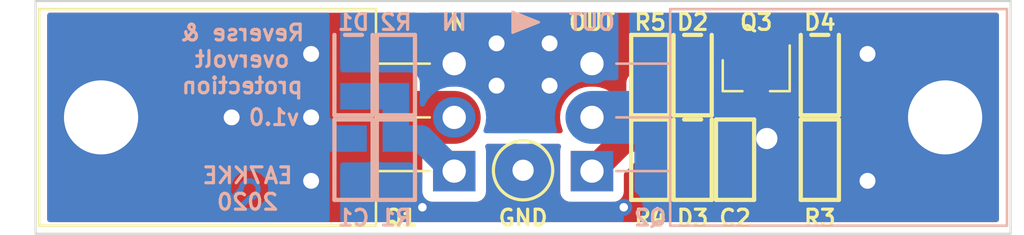
<source format=kicad_pcb>
(kicad_pcb (version 20171130) (host pcbnew 5.1.8)

  (general
    (thickness 1.6)
    (drawings 19)
    (tracks 76)
    (zones 0)
    (modules 16)
    (nets 9)
  )

  (page A4)
  (layers
    (0 F.Cu signal)
    (31 B.Cu signal)
    (32 B.Adhes user)
    (33 F.Adhes user)
    (34 B.Paste user)
    (35 F.Paste user)
    (36 B.SilkS user)
    (37 F.SilkS user)
    (38 B.Mask user)
    (39 F.Mask user)
    (40 Dwgs.User user)
    (41 Cmts.User user)
    (42 Eco1.User user)
    (43 Eco2.User user)
    (44 Edge.Cuts user)
    (45 Margin user)
    (46 B.CrtYd user)
    (47 F.CrtYd user)
    (48 B.Fab user hide)
    (49 F.Fab user hide)
  )

  (setup
    (last_trace_width 0.25)
    (user_trace_width 0.2)
    (user_trace_width 0.25)
    (user_trace_width 0.5)
    (user_trace_width 1)
    (user_trace_width 1.25)
    (user_trace_width 1.5)
    (trace_clearance 0.2)
    (zone_clearance 0.25)
    (zone_45_only no)
    (trace_min 0.2)
    (via_size 0.8)
    (via_drill 0.4)
    (via_min_size 0.4)
    (via_min_drill 0.3)
    (user_via 0.5 0.3)
    (user_via 0.8 0.4)
    (user_via 1 0.5)
    (user_via 1.5 0.75)
    (uvia_size 0.3)
    (uvia_drill 0.1)
    (uvias_allowed no)
    (uvia_min_size 0.2)
    (uvia_min_drill 0.1)
    (edge_width 0.05)
    (segment_width 0.25)
    (pcb_text_width 0.3)
    (pcb_text_size 1.5 1.5)
    (mod_edge_width 0.12)
    (mod_text_size 0.75 0.75)
    (mod_text_width 0.15)
    (pad_size 0.9 0.8)
    (pad_drill 0)
    (pad_to_mask_clearance 0)
    (aux_axis_origin 0 0)
    (visible_elements FFFFFF7F)
    (pcbplotparams
      (layerselection 0x010fc_ffffffff)
      (usegerberextensions false)
      (usegerberattributes true)
      (usegerberadvancedattributes true)
      (creategerberjobfile true)
      (excludeedgelayer true)
      (linewidth 0.100000)
      (plotframeref false)
      (viasonmask false)
      (mode 1)
      (useauxorigin false)
      (hpglpennumber 1)
      (hpglpenspeed 20)
      (hpglpendiameter 15.000000)
      (psnegative false)
      (psa4output false)
      (plotreference true)
      (plotvalue true)
      (plotinvisibletext false)
      (padsonsilk false)
      (subtractmaskfromsilk false)
      (outputformat 1)
      (mirror false)
      (drillshape 1)
      (scaleselection 1)
      (outputdirectory ""))
  )

  (net 0 "")
  (net 1 "Net-(D1-Pad2)")
  (net 2 PowerIn)
  (net 3 PowerOut)
  (net 4 Earth)
  (net 5 /PowerBus)
  (net 6 "Net-(D2-Pad2)")
  (net 7 "Net-(D4-Pad2)")
  (net 8 "Net-(D4-Pad1)")

  (net_class Default "This is the default net class."
    (clearance 0.2)
    (trace_width 0.25)
    (via_dia 0.8)
    (via_drill 0.4)
    (uvia_dia 0.3)
    (uvia_drill 0.1)
    (add_net /PowerBus)
    (add_net Earth)
    (add_net "Net-(D1-Pad2)")
    (add_net "Net-(D2-Pad2)")
    (add_net "Net-(D4-Pad1)")
    (add_net "Net-(D4-Pad2)")
    (add_net PowerIn)
    (add_net PowerOut)
  )

  (module NicerFootprints:SMD_0805_Polarized (layer B.Cu) (tedit 5FBFD0E9) (tstamp 5FB9FBEF)
    (at 140 90.5)
    (tags "diode zener polarized")
    (path /5FB98F3C)
    (attr smd)
    (fp_text reference D1 (at 0 -2.5) (layer B.SilkS)
      (effects (font (size 0.75 0.75) (thickness 0.15)) (justify mirror))
    )
    (fp_text value D_Zener (at -1.65 0 -90) (layer B.Fab)
      (effects (font (size 1 1) (thickness 0.15)) (justify mirror))
    )
    (fp_text user %R (at 0 0 -90) (layer B.Fab)
      (effects (font (size 1 1) (thickness 0.15)) (justify mirror))
    )
    (fp_line (start 0.6 -1) (end 0.6 0.7) (layer B.Fab) (width 0.1))
    (fp_line (start 0.6 0.7) (end 0.3 1) (layer B.Fab) (width 0.1))
    (fp_line (start 0.3 1) (end -0.6 1) (layer B.Fab) (width 0.1))
    (fp_line (start -0.6 1) (end -0.6 -1) (layer B.Fab) (width 0.1))
    (fp_line (start -0.6 -1) (end 0.6 -1) (layer B.Fab) (width 0.1))
    (fp_line (start 0.9 -1.9) (end 0.9 1.9) (layer B.SilkS) (width 0.2))
    (fp_line (start 0.9 1.9) (end -0.9 1.9) (layer B.SilkS) (width 0.2))
    (fp_line (start -0.9 1.9) (end -0.9 -1.9) (layer B.SilkS) (width 0.2))
    (fp_line (start -0.75 1.75) (end 0.75 1.75) (layer B.CrtYd) (width 0.05))
    (fp_line (start 0.75 1.75) (end 0.75 -1.75) (layer B.CrtYd) (width 0.05))
    (fp_line (start 0.75 -1.75) (end -0.75 -1.75) (layer B.CrtYd) (width 0.05))
    (fp_line (start -0.75 -1.75) (end -0.75 1.75) (layer B.CrtYd) (width 0.05))
    (fp_line (start -0.4 -1.9) (end 0.4 -1.9) (layer B.SilkS) (width 0.2))
    (pad 1 smd rect (at 0 -1 90) (size 1.25 1.25) (layers B.Cu B.Paste B.Mask)
      (net 5 /PowerBus))
    (pad 2 smd rect (at 0 1 90) (size 1.25 1.25) (layers B.Cu B.Paste B.Mask)
      (net 1 "Net-(D1-Pad2)"))
    (model ${KISYS3DMOD}/Diode_SMD.3dshapes/D_0805_2012Metric.wrl
      (at (xyz 0 0 0))
      (scale (xyz 1 1 1))
      (rotate (xyz 0 0 -90))
    )
  )

  (module NicerFootprints:SMD_0805_Polarized (layer F.Cu) (tedit 5FBFD0E9) (tstamp 5FBB4137)
    (at 156 90.5 180)
    (tags "diode zener polarized")
    (path /5FBF6990)
    (attr smd)
    (fp_text reference D2 (at 0 2.5 180) (layer F.SilkS)
      (effects (font (size 0.75 0.75) (thickness 0.15)))
    )
    (fp_text value D_Zener (at -1.65 0 270) (layer F.Fab)
      (effects (font (size 1 1) (thickness 0.15)))
    )
    (fp_text user %R (at 0 0 270) (layer F.Fab)
      (effects (font (size 1 1) (thickness 0.15)))
    )
    (fp_line (start 0.6 1) (end 0.6 -0.7) (layer F.Fab) (width 0.1))
    (fp_line (start 0.6 -0.7) (end 0.3 -1) (layer F.Fab) (width 0.1))
    (fp_line (start 0.3 -1) (end -0.6 -1) (layer F.Fab) (width 0.1))
    (fp_line (start -0.6 -1) (end -0.6 1) (layer F.Fab) (width 0.1))
    (fp_line (start -0.6 1) (end 0.6 1) (layer F.Fab) (width 0.1))
    (fp_line (start 0.9 1.9) (end 0.9 -1.9) (layer F.SilkS) (width 0.2))
    (fp_line (start 0.9 -1.9) (end -0.9 -1.9) (layer F.SilkS) (width 0.2))
    (fp_line (start -0.9 -1.9) (end -0.9 1.9) (layer F.SilkS) (width 0.2))
    (fp_line (start -0.75 -1.75) (end 0.75 -1.75) (layer F.CrtYd) (width 0.05))
    (fp_line (start 0.75 -1.75) (end 0.75 1.75) (layer F.CrtYd) (width 0.05))
    (fp_line (start 0.75 1.75) (end -0.75 1.75) (layer F.CrtYd) (width 0.05))
    (fp_line (start -0.75 1.75) (end -0.75 -1.75) (layer F.CrtYd) (width 0.05))
    (fp_line (start -0.4 1.9) (end 0.4 1.9) (layer F.SilkS) (width 0.2))
    (pad 1 smd rect (at 0 1 90) (size 1.25 1.25) (layers F.Cu F.Paste F.Mask)
      (net 5 /PowerBus))
    (pad 2 smd rect (at 0 -1 90) (size 1.25 1.25) (layers F.Cu F.Paste F.Mask)
      (net 6 "Net-(D2-Pad2)"))
    (model ${KISYS3DMOD}/Diode_SMD.3dshapes/D_0805_2012Metric.wrl
      (at (xyz 0 0 0))
      (scale (xyz 1 1 1))
      (rotate (xyz 0 0 -90))
    )
  )

  (module NicerFootprints:SMD_0805_Polarized (layer F.Cu) (tedit 5FBFD0E9) (tstamp 5FBB4A54)
    (at 156 94.5 180)
    (tags "diode zener polarized")
    (path /5FB9A8C9)
    (attr smd)
    (fp_text reference D3 (at 0 -2.75 180) (layer F.SilkS)
      (effects (font (size 0.75 0.75) (thickness 0.15)))
    )
    (fp_text value D (at -1.65 0 270) (layer F.Fab)
      (effects (font (size 1 1) (thickness 0.15)))
    )
    (fp_text user %R (at 0 0 270) (layer F.Fab)
      (effects (font (size 1 1) (thickness 0.15)))
    )
    (fp_line (start 0.6 1) (end 0.6 -0.7) (layer F.Fab) (width 0.1))
    (fp_line (start 0.6 -0.7) (end 0.3 -1) (layer F.Fab) (width 0.1))
    (fp_line (start 0.3 -1) (end -0.6 -1) (layer F.Fab) (width 0.1))
    (fp_line (start -0.6 -1) (end -0.6 1) (layer F.Fab) (width 0.1))
    (fp_line (start -0.6 1) (end 0.6 1) (layer F.Fab) (width 0.1))
    (fp_line (start 0.9 1.9) (end 0.9 -1.9) (layer F.SilkS) (width 0.2))
    (fp_line (start 0.9 -1.9) (end -0.9 -1.9) (layer F.SilkS) (width 0.2))
    (fp_line (start -0.9 -1.9) (end -0.9 1.9) (layer F.SilkS) (width 0.2))
    (fp_line (start -0.75 -1.75) (end 0.75 -1.75) (layer F.CrtYd) (width 0.05))
    (fp_line (start 0.75 -1.75) (end 0.75 1.75) (layer F.CrtYd) (width 0.05))
    (fp_line (start 0.75 1.75) (end -0.75 1.75) (layer F.CrtYd) (width 0.05))
    (fp_line (start -0.75 1.75) (end -0.75 -1.75) (layer F.CrtYd) (width 0.05))
    (fp_line (start -0.4 1.9) (end 0.4 1.9) (layer F.SilkS) (width 0.2))
    (pad 1 smd rect (at 0 1 90) (size 1.25 1.25) (layers F.Cu F.Paste F.Mask)
      (net 3 PowerOut))
    (pad 2 smd rect (at 0 -1 90) (size 1.25 1.25) (layers F.Cu F.Paste F.Mask)
      (net 4 Earth))
    (model ${KISYS3DMOD}/Diode_SMD.3dshapes/D_0805_2012Metric.wrl
      (at (xyz 0 0 0))
      (scale (xyz 1 1 1))
      (rotate (xyz 0 0 -90))
    )
  )

  (module NicerFootprints:SMD_0805_Polarized (layer F.Cu) (tedit 5FBFD0E9) (tstamp 5FBB2314)
    (at 162 90.5 180)
    (tags "diode zener polarized")
    (path /5FBCBD34)
    (attr smd)
    (fp_text reference D4 (at 0 2.5) (layer F.SilkS)
      (effects (font (size 0.75 0.75) (thickness 0.15)))
    )
    (fp_text value D_Zener (at -1.65 0 270) (layer F.Fab)
      (effects (font (size 1 1) (thickness 0.15)))
    )
    (fp_text user %R (at 0 0 270) (layer F.Fab)
      (effects (font (size 1 1) (thickness 0.15)))
    )
    (fp_line (start 0.6 1) (end 0.6 -0.7) (layer F.Fab) (width 0.1))
    (fp_line (start 0.6 -0.7) (end 0.3 -1) (layer F.Fab) (width 0.1))
    (fp_line (start 0.3 -1) (end -0.6 -1) (layer F.Fab) (width 0.1))
    (fp_line (start -0.6 -1) (end -0.6 1) (layer F.Fab) (width 0.1))
    (fp_line (start -0.6 1) (end 0.6 1) (layer F.Fab) (width 0.1))
    (fp_line (start 0.9 1.9) (end 0.9 -1.9) (layer F.SilkS) (width 0.2))
    (fp_line (start 0.9 -1.9) (end -0.9 -1.9) (layer F.SilkS) (width 0.2))
    (fp_line (start -0.9 -1.9) (end -0.9 1.9) (layer F.SilkS) (width 0.2))
    (fp_line (start -0.75 -1.75) (end 0.75 -1.75) (layer F.CrtYd) (width 0.05))
    (fp_line (start 0.75 -1.75) (end 0.75 1.75) (layer F.CrtYd) (width 0.05))
    (fp_line (start 0.75 1.75) (end -0.75 1.75) (layer F.CrtYd) (width 0.05))
    (fp_line (start -0.75 1.75) (end -0.75 -1.75) (layer F.CrtYd) (width 0.05))
    (fp_line (start -0.4 1.9) (end 0.4 1.9) (layer F.SilkS) (width 0.2))
    (pad 1 smd rect (at 0 1 90) (size 1.25 1.25) (layers F.Cu F.Paste F.Mask)
      (net 8 "Net-(D4-Pad1)"))
    (pad 2 smd rect (at 0 -1 90) (size 1.25 1.25) (layers F.Cu F.Paste F.Mask)
      (net 7 "Net-(D4-Pad2)"))
    (model ${KISYS3DMOD}/Diode_SMD.3dshapes/D_0805_2012Metric.wrl
      (at (xyz 0 0 0))
      (scale (xyz 1 1 1))
      (rotate (xyz 0 0 -90))
    )
  )

  (module NicerFootprints:andresgongora (layer B.Cu) (tedit 5FBB7B6C) (tstamp 5FBBD91B)
    (at 135.1 96.3 180)
    (fp_text reference Ref** (at 0.4 -1.8) (layer B.SilkS) hide
      (effects (font (size 1 1) (thickness 0.15)) (justify mirror))
    )
    (fp_text value andresgongora (at 0 -1.8) (layer B.Fab)
      (effects (font (size 1 1) (thickness 0.15)) (justify mirror))
    )
    (pad 0 smd custom (at 0 0 180) (size 0.2 0.2) (layers B.Cu)
      (net 2 PowerIn) (zone_connect 2)
      (options (clearance convexhull) (anchor circle))
      (primitives
        (gr_arc (start 0 0.4) (end 0 0) (angle -270) (width 0.25))
        (gr_circle (center 0 0.4) (end 1 0.4) (width 0.25))
        (gr_line (start 0 0) (end 0.4 -0.4) (width 0.25))
        (gr_line (start 0.4 0.4) (end 0.8 0) (width 0.25))
        (gr_line (start 1 -0.6) (end -1 -0.6) (width 0.25))
        (gr_line (start 1 1.4) (end 1 -0.6) (width 0.25))
        (gr_line (start 1 -0.6) (end 0.8 -0.4) (width 0.25))
        (gr_line (start -1 1.4) (end 1 1.4) (width 0.25))
        (gr_line (start -1 1.4) (end -0.8 1.2) (width 0.25))
        (gr_line (start -1 -0.6) (end -1 1.4) (width 0.25))
        (gr_line (start -1 -0.6) (end -0.8 -0.4) (width 0.25))
        (gr_line (start 1 1.4) (end 0.8 1.2) (width 0.25))
      ))
  )

  (module NicerFootprints:TO-220-3_Horizontal_TabDown (layer B.Cu) (tedit 5FBAD9DA) (tstamp 5FBB4EF3)
    (at 151.25 92.5 90)
    (descr "TO-220-3, Horizontal, RM 2.54mm, see https://www.vishay.com/docs/66542/to-220-1.pdf")
    (tags "TO-220-3 Horizontal RM 2.54mm")
    (path /5FBEC948)
    (fp_text reference Q2 (at -4.75 2.75 180) (layer B.SilkS)
      (effects (font (size 0.75 0.75) (thickness 0.15)) (justify mirror))
    )
    (fp_text value IRF4905 (at 2.54 -2 90) (layer B.Fab)
      (effects (font (size 1 1) (thickness 0.15)) (justify mirror))
    )
    (fp_line (start 5.25 19.71) (end -5.25 19.71) (layer B.CrtYd) (width 0.05))
    (fp_line (start 5.25 -1.25) (end 5.25 19.71) (layer B.CrtYd) (width 0.05))
    (fp_line (start -5.25 -1.25) (end 5.25 -1.25) (layer B.CrtYd) (width 0.05))
    (fp_line (start -5.25 19.71) (end -5.25 -1.25) (layer B.CrtYd) (width 0.05))
    (fp_line (start 2.54 3.69) (end 2.54 1.15) (layer B.SilkS) (width 0.12))
    (fp_line (start 0 3.69) (end 0 1.15) (layer B.SilkS) (width 0.12))
    (fp_line (start -2.54 3.69) (end -2.54 1.15) (layer B.SilkS) (width 0.12))
    (fp_line (start 5.12 19.58) (end 5.12 3.69) (layer B.SilkS) (width 0.12))
    (fp_line (start -5.12 19.58) (end -5.12 3.69) (layer B.SilkS) (width 0.12))
    (fp_line (start -5.12 19.58) (end 5.12 19.58) (layer B.SilkS) (width 0.12))
    (fp_line (start -5.12 3.69) (end 5.12 3.69) (layer B.SilkS) (width 0.12))
    (fp_line (start 2.54 3.81) (end 2.54 0) (layer B.Fab) (width 0.1))
    (fp_line (start 0 3.81) (end 0 0) (layer B.Fab) (width 0.1))
    (fp_line (start -2.54 3.81) (end -2.54 0) (layer B.Fab) (width 0.1))
    (fp_line (start 5 3.81) (end -5 3.81) (layer B.Fab) (width 0.1))
    (fp_line (start 5 13.06) (end 5 3.81) (layer B.Fab) (width 0.1))
    (fp_line (start -5 13.06) (end 5 13.06) (layer B.Fab) (width 0.1))
    (fp_line (start -5 3.81) (end -5 13.06) (layer B.Fab) (width 0.1))
    (fp_line (start 5 13.06) (end -5 13.06) (layer B.Fab) (width 0.1))
    (fp_line (start 5 19.46) (end 5 13.06) (layer B.Fab) (width 0.1))
    (fp_line (start -5 19.46) (end 5 19.46) (layer B.Fab) (width 0.1))
    (fp_line (start -5 13.06) (end -5 19.46) (layer B.Fab) (width 0.1))
    (fp_circle (center 0 16.66) (end 1.85 16.66) (layer B.Fab) (width 0.1))
    (fp_text user %R (at 0 5.75) (layer B.Fab)
      (effects (font (size 1 1) (thickness 0.15)) (justify mirror))
    )
    (pad "" thru_hole oval (at 0 16.66 90) (size 5 5) (drill 3.5) (layers *.Cu *.Mask)
      (net 3 PowerOut))
    (pad 1 thru_hole rect (at -2.54 0 90) (size 1.905 2) (drill 1.1) (layers *.Cu *.Mask)
      (net 6 "Net-(D2-Pad2)"))
    (pad 2 thru_hole oval (at 0 0 90) (size 1.905 2) (drill 1.1) (layers *.Cu *.Mask)
      (net 3 PowerOut))
    (pad 3 thru_hole oval (at 2.54 0 90) (size 1.905 2) (drill 1.1) (layers *.Cu *.Mask)
      (net 5 /PowerBus))
    (model ${KISYS3DMOD}/Package_TO_SOT_THT.3dshapes/TO-220-3_Horizontal_TabDown.wrl
      (offset (xyz -2.54 0 0))
      (scale (xyz 1 1 1))
      (rotate (xyz 0 0 0))
    )
  )

  (module NicerFootprints:TO-220-3_Horizontal_TabDown (layer F.Cu) (tedit 5FBAD9FB) (tstamp 5FB9FC7D)
    (at 144.75 92.5 90)
    (descr "TO-220-3, Horizontal, RM 2.54mm, see https://www.vishay.com/docs/66542/to-220-1.pdf")
    (tags "TO-220-3 Horizontal RM 2.54mm")
    (path /5FBC7AE4)
    (fp_text reference Q1 (at -4.75 -2.5 180) (layer F.SilkS)
      (effects (font (size 0.75 0.75) (thickness 0.15)))
    )
    (fp_text value IRF4905 (at 2.54 2 90) (layer F.Fab)
      (effects (font (size 1 1) (thickness 0.15)))
    )
    (fp_line (start 5.25 -19.71) (end -5.25 -19.71) (layer F.CrtYd) (width 0.05))
    (fp_line (start 5.25 1.25) (end 5.25 -19.71) (layer F.CrtYd) (width 0.05))
    (fp_line (start -5.25 1.25) (end 5.25 1.25) (layer F.CrtYd) (width 0.05))
    (fp_line (start -5.25 -19.71) (end -5.25 1.25) (layer F.CrtYd) (width 0.05))
    (fp_line (start 2.54 -3.69) (end 2.54 -1.15) (layer F.SilkS) (width 0.12))
    (fp_line (start 0 -3.69) (end 0 -1.15) (layer F.SilkS) (width 0.12))
    (fp_line (start -2.54 -3.69) (end -2.54 -1.15) (layer F.SilkS) (width 0.12))
    (fp_line (start 5.12 -19.58) (end 5.12 -3.69) (layer F.SilkS) (width 0.12))
    (fp_line (start -5.12 -19.58) (end -5.12 -3.69) (layer F.SilkS) (width 0.12))
    (fp_line (start -5.12 -19.58) (end 5.12 -19.58) (layer F.SilkS) (width 0.12))
    (fp_line (start -5.12 -3.69) (end 5.12 -3.69) (layer F.SilkS) (width 0.12))
    (fp_line (start 2.54 -3.81) (end 2.54 0) (layer F.Fab) (width 0.1))
    (fp_line (start 0 -3.81) (end 0 0) (layer F.Fab) (width 0.1))
    (fp_line (start -2.54 -3.81) (end -2.54 0) (layer F.Fab) (width 0.1))
    (fp_line (start 5 -3.81) (end -5 -3.81) (layer F.Fab) (width 0.1))
    (fp_line (start 5 -13.06) (end 5 -3.81) (layer F.Fab) (width 0.1))
    (fp_line (start -5 -13.06) (end 5 -13.06) (layer F.Fab) (width 0.1))
    (fp_line (start -5 -3.81) (end -5 -13.06) (layer F.Fab) (width 0.1))
    (fp_line (start 5 -13.06) (end -5 -13.06) (layer F.Fab) (width 0.1))
    (fp_line (start 5 -19.46) (end 5 -13.06) (layer F.Fab) (width 0.1))
    (fp_line (start -5 -19.46) (end 5 -19.46) (layer F.Fab) (width 0.1))
    (fp_line (start -5 -13.06) (end -5 -19.46) (layer F.Fab) (width 0.1))
    (fp_circle (center 0 -16.66) (end 1.85 -16.66) (layer F.Fab) (width 0.1))
    (fp_text user %R (at 2.54 -20.58 90) (layer F.Fab)
      (effects (font (size 1 1) (thickness 0.15)))
    )
    (pad "" thru_hole oval (at 0 -16.66 90) (size 5 5) (drill 3.5) (layers *.Cu *.Mask)
      (net 2 PowerIn))
    (pad 1 thru_hole rect (at -2.54 0 90) (size 1.905 2) (drill 1.1) (layers *.Cu *.Mask)
      (net 1 "Net-(D1-Pad2)"))
    (pad 2 thru_hole oval (at 0 0 90) (size 1.905 2) (drill 1.1) (layers *.Cu *.Mask)
      (net 2 PowerIn))
    (pad 3 thru_hole oval (at 2.54 0 90) (size 1.905 2) (drill 1.1) (layers *.Cu *.Mask)
      (net 5 /PowerBus))
    (model ${KISYS3DMOD}/Package_TO_SOT_THT.3dshapes/TO-220-3_Horizontal_TabDown.wrl
      (offset (xyz -2.54 0 0))
      (scale (xyz 1 1 1))
      (rotate (xyz 0 0 0))
    )
  )

  (module TestPoint:TestPoint_Keystone_5000-5004_Miniature (layer F.Cu) (tedit 5A0F774F) (tstamp 5FBB70C9)
    (at 148 95)
    (descr "Keystone Miniature THM Test Point 5000-5004, http://www.keyelco.com/product-pdf.cfm?p=1309")
    (tags "Through Hole Mount Test Points")
    (path /5FDFAF9F)
    (fp_text reference GND (at 0 2.25) (layer F.SilkS)
      (effects (font (size 0.75 0.75) (thickness 0.15)))
    )
    (fp_text value Screw_Terminal_01x01 (at 0 2.5) (layer F.Fab)
      (effects (font (size 1 1) (thickness 0.15)))
    )
    (fp_line (start -0.75 -0.25) (end 0.75 -0.25) (layer F.Fab) (width 0.15))
    (fp_line (start 0.75 -0.25) (end 0.75 0.25) (layer F.Fab) (width 0.15))
    (fp_line (start 0.75 0.25) (end -0.75 0.25) (layer F.Fab) (width 0.15))
    (fp_line (start -0.75 0.25) (end -0.75 -0.25) (layer F.Fab) (width 0.15))
    (fp_circle (center 0 0) (end 1.65 0) (layer F.CrtYd) (width 0.05))
    (fp_circle (center 0 0) (end 1.25 0) (layer F.Fab) (width 0.15))
    (fp_circle (center 0 0) (end 1.4 0) (layer F.SilkS) (width 0.15))
    (fp_text user %R (at 0 -2.5) (layer F.Fab)
      (effects (font (size 1 1) (thickness 0.15)))
    )
    (pad 1 thru_hole circle (at 0 0) (size 2 2) (drill 1) (layers *.Cu *.Mask)
      (net 4 Earth))
    (model ${KISYS3DMOD}/TestPoint.3dshapes/TestPoint_Keystone_5000-5004_Miniature.wrl
      (at (xyz 0 0 0))
      (scale (xyz 1 1 1))
      (rotate (xyz 0 0 0))
    )
  )

  (module NicerFootprints:SMD_0805 (layer F.Cu) (tedit 5FB970B6) (tstamp 5FBB2410)
    (at 162 94.5)
    (tags "resistor capacitor inductor smd")
    (path /5FBCC447)
    (attr smd)
    (fp_text reference R3 (at 0 2.75) (layer F.SilkS)
      (effects (font (size 0.75 0.75) (thickness 0.15)))
    )
    (fp_text value 1k (at -1.65 0 270) (layer F.Fab)
      (effects (font (size 1 1) (thickness 0.15)))
    )
    (fp_line (start -0.9 1.9) (end 0.9 1.9) (layer F.SilkS) (width 0.2))
    (fp_line (start -0.75 1.75) (end -0.75 -1.75) (layer F.CrtYd) (width 0.05))
    (fp_line (start 0.75 1.75) (end -0.75 1.75) (layer F.CrtYd) (width 0.05))
    (fp_line (start 0.75 -1.75) (end 0.75 1.75) (layer F.CrtYd) (width 0.05))
    (fp_line (start -0.75 -1.75) (end 0.75 -1.75) (layer F.CrtYd) (width 0.05))
    (fp_line (start -0.9 -1.9) (end -0.9 1.9) (layer F.SilkS) (width 0.2))
    (fp_line (start 0.9 -1.9) (end -0.9 -1.9) (layer F.SilkS) (width 0.2))
    (fp_line (start 0.9 1.9) (end 0.9 -1.9) (layer F.SilkS) (width 0.2))
    (fp_line (start -0.6 1) (end 0.6 1) (layer F.Fab) (width 0.1))
    (fp_line (start -0.6 -1) (end -0.6 1) (layer F.Fab) (width 0.1))
    (fp_line (start 0.3 -1) (end -0.6 -1) (layer F.Fab) (width 0.1))
    (fp_line (start 0.6 -0.7) (end 0.3 -1) (layer F.Fab) (width 0.1))
    (fp_line (start 0.6 1) (end 0.6 -0.7) (layer F.Fab) (width 0.1))
    (fp_text user %R (at 0 0 270) (layer F.Fab)
      (effects (font (size 1 1) (thickness 0.15)))
    )
    (pad 1 smd rect (at 0 -1 270) (size 1.25 1.25) (layers F.Cu F.Paste F.Mask)
      (net 7 "Net-(D4-Pad2)"))
    (pad 2 smd rect (at 0 1 270) (size 1.25 1.25) (layers F.Cu F.Paste F.Mask)
      (net 4 Earth))
    (model ${KISYS3DMOD}/Resistor_SMD.3dshapes/R_0805_2012Metric.wrl
      (at (xyz 0 0 0))
      (scale (xyz 1 1 1))
      (rotate (xyz 0 0 -90))
    )
  )

  (module Package_TO_SOT_SMD:SOT-23 (layer F.Cu) (tedit 5FBFCFC2) (tstamp 5FC02F8C)
    (at 159 90.5 270)
    (descr "SOT-23, Standard")
    (tags SOT-23)
    (path /5FBCA9AB)
    (attr smd)
    (fp_text reference Q3 (at -2.5 0) (layer F.SilkS)
      (effects (font (size 0.75 0.75) (thickness 0.15)))
    )
    (fp_text value Q_PNP_BCE (at 0 2.5 90) (layer F.Fab)
      (effects (font (size 1 1) (thickness 0.15)))
    )
    (fp_text user %R (at 0 0) (layer F.Fab)
      (effects (font (size 1 1) (thickness 0.15)))
    )
    (fp_line (start -0.7 -0.95) (end -0.7 1.5) (layer F.Fab) (width 0.1))
    (fp_line (start -0.15 -1.52) (end 0.7 -1.52) (layer F.Fab) (width 0.1))
    (fp_line (start -0.7 -0.95) (end -0.15 -1.52) (layer F.Fab) (width 0.1))
    (fp_line (start 0.7 -1.52) (end 0.7 1.52) (layer F.Fab) (width 0.1))
    (fp_line (start -0.7 1.52) (end 0.7 1.52) (layer F.Fab) (width 0.1))
    (fp_line (start 0.76 1.58) (end 0.76 0.65) (layer F.SilkS) (width 0.12))
    (fp_line (start 0.76 -1.58) (end 0.76 -0.65) (layer F.SilkS) (width 0.12))
    (fp_line (start -1.7 -1.75) (end 1.7 -1.75) (layer F.CrtYd) (width 0.05))
    (fp_line (start 1.7 -1.75) (end 1.7 1.75) (layer F.CrtYd) (width 0.05))
    (fp_line (start 1.7 1.75) (end -1.7 1.75) (layer F.CrtYd) (width 0.05))
    (fp_line (start -1.7 1.75) (end -1.7 -1.75) (layer F.CrtYd) (width 0.05))
    (fp_line (start 0.76 -1.58) (end -1.4 -1.58) (layer F.SilkS) (width 0.12))
    (fp_line (start 0.76 1.58) (end -0.7 1.58) (layer F.SilkS) (width 0.12))
    (pad 1 smd rect (at -1 -0.95 270) (size 0.9 0.8) (layers F.Cu F.Paste F.Mask)
      (net 8 "Net-(D4-Pad1)"))
    (pad 2 smd rect (at -1 0.95 270) (size 0.9 0.8) (layers F.Cu F.Paste F.Mask)
      (net 5 /PowerBus))
    (pad 3 smd rect (at 1 0 270) (size 0.9 0.8) (layers F.Cu F.Paste F.Mask)
      (net 6 "Net-(D2-Pad2)"))
    (model ${KISYS3DMOD}/Package_TO_SOT_SMD.3dshapes/SOT-23.wrl
      (at (xyz 0 0 0))
      (scale (xyz 1 1 1))
      (rotate (xyz 0 0 0))
    )
  )

  (module NicerFootprints:SMD_0805 (layer F.Cu) (tedit 5FB970B6) (tstamp 5FB9FD10)
    (at 154 90.5)
    (tags "resistor capacitor inductor smd")
    (path /5FBF66E9)
    (attr smd)
    (fp_text reference R5 (at 0 -2.5 180) (layer F.SilkS)
      (effects (font (size 0.75 0.75) (thickness 0.15)))
    )
    (fp_text value 100k (at -1.65 0 270) (layer F.Fab)
      (effects (font (size 1 1) (thickness 0.15)))
    )
    (fp_line (start -0.9 1.9) (end 0.9 1.9) (layer F.SilkS) (width 0.2))
    (fp_line (start -0.75 1.75) (end -0.75 -1.75) (layer F.CrtYd) (width 0.05))
    (fp_line (start 0.75 1.75) (end -0.75 1.75) (layer F.CrtYd) (width 0.05))
    (fp_line (start 0.75 -1.75) (end 0.75 1.75) (layer F.CrtYd) (width 0.05))
    (fp_line (start -0.75 -1.75) (end 0.75 -1.75) (layer F.CrtYd) (width 0.05))
    (fp_line (start -0.9 -1.9) (end -0.9 1.9) (layer F.SilkS) (width 0.2))
    (fp_line (start 0.9 -1.9) (end -0.9 -1.9) (layer F.SilkS) (width 0.2))
    (fp_line (start 0.9 1.9) (end 0.9 -1.9) (layer F.SilkS) (width 0.2))
    (fp_line (start -0.6 1) (end 0.6 1) (layer F.Fab) (width 0.1))
    (fp_line (start -0.6 -1) (end -0.6 1) (layer F.Fab) (width 0.1))
    (fp_line (start 0.3 -1) (end -0.6 -1) (layer F.Fab) (width 0.1))
    (fp_line (start 0.6 -0.7) (end 0.3 -1) (layer F.Fab) (width 0.1))
    (fp_line (start 0.6 1) (end 0.6 -0.7) (layer F.Fab) (width 0.1))
    (fp_text user %R (at 0 0 270) (layer F.Fab)
      (effects (font (size 1 1) (thickness 0.15)))
    )
    (pad 1 smd rect (at 0 -1 270) (size 1.25 1.25) (layers F.Cu F.Paste F.Mask)
      (net 5 /PowerBus))
    (pad 2 smd rect (at 0 1 270) (size 1.25 1.25) (layers F.Cu F.Paste F.Mask)
      (net 6 "Net-(D2-Pad2)"))
    (model ${KISYS3DMOD}/Resistor_SMD.3dshapes/R_0805_2012Metric.wrl
      (at (xyz 0 0 0))
      (scale (xyz 1 1 1))
      (rotate (xyz 0 0 -90))
    )
  )

  (module NicerFootprints:SMD_0805 (layer F.Cu) (tedit 5FB970B6) (tstamp 5FBB491F)
    (at 154 94.5)
    (tags "resistor capacitor inductor smd")
    (path /5FBF6D45)
    (attr smd)
    (fp_text reference R4 (at 0 2.75) (layer F.SilkS)
      (effects (font (size 0.75 0.75) (thickness 0.15)))
    )
    (fp_text value 4k7 (at -1.65 0 270) (layer F.Fab)
      (effects (font (size 1 1) (thickness 0.15)))
    )
    (fp_line (start -0.9 1.9) (end 0.9 1.9) (layer F.SilkS) (width 0.2))
    (fp_line (start -0.75 1.75) (end -0.75 -1.75) (layer F.CrtYd) (width 0.05))
    (fp_line (start 0.75 1.75) (end -0.75 1.75) (layer F.CrtYd) (width 0.05))
    (fp_line (start 0.75 -1.75) (end 0.75 1.75) (layer F.CrtYd) (width 0.05))
    (fp_line (start -0.75 -1.75) (end 0.75 -1.75) (layer F.CrtYd) (width 0.05))
    (fp_line (start -0.9 -1.9) (end -0.9 1.9) (layer F.SilkS) (width 0.2))
    (fp_line (start 0.9 -1.9) (end -0.9 -1.9) (layer F.SilkS) (width 0.2))
    (fp_line (start 0.9 1.9) (end 0.9 -1.9) (layer F.SilkS) (width 0.2))
    (fp_line (start -0.6 1) (end 0.6 1) (layer F.Fab) (width 0.1))
    (fp_line (start -0.6 -1) (end -0.6 1) (layer F.Fab) (width 0.1))
    (fp_line (start 0.3 -1) (end -0.6 -1) (layer F.Fab) (width 0.1))
    (fp_line (start 0.6 -0.7) (end 0.3 -1) (layer F.Fab) (width 0.1))
    (fp_line (start 0.6 1) (end 0.6 -0.7) (layer F.Fab) (width 0.1))
    (fp_text user %R (at 0 0 270) (layer F.Fab)
      (effects (font (size 1 1) (thickness 0.15)))
    )
    (pad 1 smd rect (at 0 -1 270) (size 1.25 1.25) (layers F.Cu F.Paste F.Mask)
      (net 6 "Net-(D2-Pad2)"))
    (pad 2 smd rect (at 0 1 270) (size 1.25 1.25) (layers F.Cu F.Paste F.Mask)
      (net 4 Earth))
    (model ${KISYS3DMOD}/Resistor_SMD.3dshapes/R_0805_2012Metric.wrl
      (at (xyz 0 0 0))
      (scale (xyz 1 1 1))
      (rotate (xyz 0 0 -90))
    )
  )

  (module NicerFootprints:SMD_0805 (layer B.Cu) (tedit 5FB970B6) (tstamp 5FB9FCD4)
    (at 142 90.5 180)
    (tags "resistor capacitor inductor smd")
    (path /5FB99BBD)
    (attr smd)
    (fp_text reference R2 (at 0 2.5) (layer B.SilkS)
      (effects (font (size 0.75 0.75) (thickness 0.15)) (justify mirror))
    )
    (fp_text value 100k (at -1.65 0 -90) (layer B.Fab)
      (effects (font (size 1 1) (thickness 0.15)) (justify mirror))
    )
    (fp_line (start -0.9 -1.9) (end 0.9 -1.9) (layer B.SilkS) (width 0.2))
    (fp_line (start -0.75 -1.75) (end -0.75 1.75) (layer B.CrtYd) (width 0.05))
    (fp_line (start 0.75 -1.75) (end -0.75 -1.75) (layer B.CrtYd) (width 0.05))
    (fp_line (start 0.75 1.75) (end 0.75 -1.75) (layer B.CrtYd) (width 0.05))
    (fp_line (start -0.75 1.75) (end 0.75 1.75) (layer B.CrtYd) (width 0.05))
    (fp_line (start -0.9 1.9) (end -0.9 -1.9) (layer B.SilkS) (width 0.2))
    (fp_line (start 0.9 1.9) (end -0.9 1.9) (layer B.SilkS) (width 0.2))
    (fp_line (start 0.9 -1.9) (end 0.9 1.9) (layer B.SilkS) (width 0.2))
    (fp_line (start -0.6 -1) (end 0.6 -1) (layer B.Fab) (width 0.1))
    (fp_line (start -0.6 1) (end -0.6 -1) (layer B.Fab) (width 0.1))
    (fp_line (start 0.3 1) (end -0.6 1) (layer B.Fab) (width 0.1))
    (fp_line (start 0.6 0.7) (end 0.3 1) (layer B.Fab) (width 0.1))
    (fp_line (start 0.6 -1) (end 0.6 0.7) (layer B.Fab) (width 0.1))
    (fp_text user %R (at 0 0 -90) (layer B.Fab)
      (effects (font (size 1 1) (thickness 0.15)) (justify mirror))
    )
    (pad 1 smd rect (at 0 1 270) (size 1.25 1.25) (layers B.Cu B.Paste B.Mask)
      (net 5 /PowerBus))
    (pad 2 smd rect (at 0 -1 270) (size 1.25 1.25) (layers B.Cu B.Paste B.Mask)
      (net 1 "Net-(D1-Pad2)"))
    (model ${KISYS3DMOD}/Resistor_SMD.3dshapes/R_0805_2012Metric.wrl
      (at (xyz 0 0 0))
      (scale (xyz 1 1 1))
      (rotate (xyz 0 0 -90))
    )
  )

  (module NicerFootprints:SMD_0805 (layer B.Cu) (tedit 5FB970B6) (tstamp 5FBB8D9D)
    (at 142 94.5 180)
    (tags "resistor capacitor inductor smd")
    (path /5FB98A3C)
    (attr smd)
    (fp_text reference R1 (at 0 -2.75) (layer B.SilkS)
      (effects (font (size 0.75 0.75) (thickness 0.15)) (justify mirror))
    )
    (fp_text value 0 (at -1.65 0 -90) (layer B.Fab)
      (effects (font (size 1 1) (thickness 0.15)) (justify mirror))
    )
    (fp_line (start -0.9 -1.9) (end 0.9 -1.9) (layer B.SilkS) (width 0.2))
    (fp_line (start -0.75 -1.75) (end -0.75 1.75) (layer B.CrtYd) (width 0.05))
    (fp_line (start 0.75 -1.75) (end -0.75 -1.75) (layer B.CrtYd) (width 0.05))
    (fp_line (start 0.75 1.75) (end 0.75 -1.75) (layer B.CrtYd) (width 0.05))
    (fp_line (start -0.75 1.75) (end 0.75 1.75) (layer B.CrtYd) (width 0.05))
    (fp_line (start -0.9 1.9) (end -0.9 -1.9) (layer B.SilkS) (width 0.2))
    (fp_line (start 0.9 1.9) (end -0.9 1.9) (layer B.SilkS) (width 0.2))
    (fp_line (start 0.9 -1.9) (end 0.9 1.9) (layer B.SilkS) (width 0.2))
    (fp_line (start -0.6 -1) (end 0.6 -1) (layer B.Fab) (width 0.1))
    (fp_line (start -0.6 1) (end -0.6 -1) (layer B.Fab) (width 0.1))
    (fp_line (start 0.3 1) (end -0.6 1) (layer B.Fab) (width 0.1))
    (fp_line (start 0.6 0.7) (end 0.3 1) (layer B.Fab) (width 0.1))
    (fp_line (start 0.6 -1) (end 0.6 0.7) (layer B.Fab) (width 0.1))
    (fp_text user %R (at 0 0 -90) (layer B.Fab)
      (effects (font (size 1 1) (thickness 0.15)) (justify mirror))
    )
    (pad 1 smd rect (at 0 1 270) (size 1.25 1.25) (layers B.Cu B.Paste B.Mask)
      (net 1 "Net-(D1-Pad2)"))
    (pad 2 smd rect (at 0 -1 270) (size 1.25 1.25) (layers B.Cu B.Paste B.Mask)
      (net 4 Earth))
    (model ${KISYS3DMOD}/Resistor_SMD.3dshapes/R_0805_2012Metric.wrl
      (at (xyz 0 0 0))
      (scale (xyz 1 1 1))
      (rotate (xyz 0 0 -90))
    )
  )

  (module NicerFootprints:SMD_0805 (layer F.Cu) (tedit 5FB970B6) (tstamp 5FBB3FDD)
    (at 158 94.5)
    (tags "resistor capacitor inductor smd")
    (path /5FB99539)
    (attr smd)
    (fp_text reference C2 (at 0 2.75 180) (layer F.SilkS)
      (effects (font (size 0.75 0.75) (thickness 0.15)))
    )
    (fp_text value C (at -1.65 0 90) (layer F.Fab)
      (effects (font (size 1 1) (thickness 0.15)))
    )
    (fp_line (start -0.9 1.9) (end 0.9 1.9) (layer F.SilkS) (width 0.2))
    (fp_line (start -0.75 1.75) (end -0.75 -1.75) (layer F.CrtYd) (width 0.05))
    (fp_line (start 0.75 1.75) (end -0.75 1.75) (layer F.CrtYd) (width 0.05))
    (fp_line (start 0.75 -1.75) (end 0.75 1.75) (layer F.CrtYd) (width 0.05))
    (fp_line (start -0.75 -1.75) (end 0.75 -1.75) (layer F.CrtYd) (width 0.05))
    (fp_line (start -0.9 -1.9) (end -0.9 1.9) (layer F.SilkS) (width 0.2))
    (fp_line (start 0.9 -1.9) (end -0.9 -1.9) (layer F.SilkS) (width 0.2))
    (fp_line (start 0.9 1.9) (end 0.9 -1.9) (layer F.SilkS) (width 0.2))
    (fp_line (start -0.6 1) (end 0.6 1) (layer F.Fab) (width 0.1))
    (fp_line (start -0.6 -1) (end -0.6 1) (layer F.Fab) (width 0.1))
    (fp_line (start 0.3 -1) (end -0.6 -1) (layer F.Fab) (width 0.1))
    (fp_line (start 0.6 -0.7) (end 0.3 -1) (layer F.Fab) (width 0.1))
    (fp_line (start 0.6 1) (end 0.6 -0.7) (layer F.Fab) (width 0.1))
    (fp_text user %R (at 0 0 90) (layer F.Fab)
      (effects (font (size 1 1) (thickness 0.15)))
    )
    (pad 1 smd rect (at 0 -1 270) (size 1.25 1.25) (layers F.Cu F.Paste F.Mask)
      (net 3 PowerOut))
    (pad 2 smd rect (at 0 1 270) (size 1.25 1.25) (layers F.Cu F.Paste F.Mask)
      (net 4 Earth))
    (model ${KISYS3DMOD}/Resistor_SMD.3dshapes/R_0805_2012Metric.wrl
      (at (xyz 0 0 0))
      (scale (xyz 1 1 1))
      (rotate (xyz 0 0 -90))
    )
  )

  (module NicerFootprints:SMD_0805 (layer B.Cu) (tedit 5FB970B6) (tstamp 5FBB8DFE)
    (at 140 94.5 180)
    (tags "resistor capacitor inductor smd")
    (path /5FBAE7A1)
    (attr smd)
    (fp_text reference C1 (at 0 -2.75 180) (layer B.SilkS)
      (effects (font (size 0.75 0.75) (thickness 0.15)) (justify mirror))
    )
    (fp_text value C (at -1.65 0 90) (layer B.Fab)
      (effects (font (size 1 1) (thickness 0.15)) (justify mirror))
    )
    (fp_line (start -0.9 -1.9) (end 0.9 -1.9) (layer B.SilkS) (width 0.2))
    (fp_line (start -0.75 -1.75) (end -0.75 1.75) (layer B.CrtYd) (width 0.05))
    (fp_line (start 0.75 -1.75) (end -0.75 -1.75) (layer B.CrtYd) (width 0.05))
    (fp_line (start 0.75 1.75) (end 0.75 -1.75) (layer B.CrtYd) (width 0.05))
    (fp_line (start -0.75 1.75) (end 0.75 1.75) (layer B.CrtYd) (width 0.05))
    (fp_line (start -0.9 1.9) (end -0.9 -1.9) (layer B.SilkS) (width 0.2))
    (fp_line (start 0.9 1.9) (end -0.9 1.9) (layer B.SilkS) (width 0.2))
    (fp_line (start 0.9 -1.9) (end 0.9 1.9) (layer B.SilkS) (width 0.2))
    (fp_line (start -0.6 -1) (end 0.6 -1) (layer B.Fab) (width 0.1))
    (fp_line (start -0.6 1) (end -0.6 -1) (layer B.Fab) (width 0.1))
    (fp_line (start 0.3 1) (end -0.6 1) (layer B.Fab) (width 0.1))
    (fp_line (start 0.6 0.7) (end 0.3 1) (layer B.Fab) (width 0.1))
    (fp_line (start 0.6 -1) (end 0.6 0.7) (layer B.Fab) (width 0.1))
    (fp_text user %R (at 0 0 90) (layer B.Fab)
      (effects (font (size 1 1) (thickness 0.15)) (justify mirror))
    )
    (pad 1 smd rect (at 0 1 270) (size 1.25 1.25) (layers B.Cu B.Paste B.Mask)
      (net 2 PowerIn))
    (pad 2 smd rect (at 0 -1 270) (size 1.25 1.25) (layers B.Cu B.Paste B.Mask)
      (net 4 Earth))
    (model ${KISYS3DMOD}/Resistor_SMD.3dshapes/R_0805_2012Metric.wrl
      (at (xyz 0 0 0))
      (scale (xyz 1 1 1))
      (rotate (xyz 0 0 -90))
    )
  )

  (gr_text v1.0 (at 136.25 92.5) (layer B.SilkS) (tstamp 5FBBA829)
    (effects (font (size 0.75 0.75) (thickness 0.15)) (justify mirror))
  )
  (gr_poly (pts (xy 148.75 88) (xy 147.5 87.5) (xy 147.5 88.5)) (layer F.SilkS) (width 0.1) (tstamp 5FBB735D))
  (gr_poly (pts (xy 148.75 88) (xy 147.5 88.5) (xy 147.5 87.5)) (layer B.SilkS) (width 0.1))
  (gr_text OUT (at 151.25 88) (layer B.SilkS)
    (effects (font (size 0.75 0.75) (thickness 0.15)) (justify mirror))
  )
  (gr_text IN (at 144.75 88) (layer B.SilkS)
    (effects (font (size 0.75 0.75) (thickness 0.15)) (justify mirror))
  )
  (gr_text OUT (at 151.25 88) (layer F.SilkS)
    (effects (font (size 0.75 0.75) (thickness 0.15)))
  )
  (gr_text IN (at 144.75 88) (layer F.SilkS)
    (effects (font (size 0.75 0.75) (thickness 0.15)))
  )
  (gr_line (start 144.75 90) (end 151.25 90) (layer B.Mask) (width 2) (tstamp 5FBBA37A))
  (gr_line (start 144.75 90) (end 151.25 90) (layer F.Mask) (width 2))
  (gr_poly (pts (xy 171 87.25) (xy 157 87.25) (xy 157 97.75) (xy 171 97.75)) (layer B.Mask) (width 0.1) (tstamp 5FBBA33E))
  (gr_poly (pts (xy 139 97.75) (xy 125 97.75) (xy 125 87.25) (xy 139 87.25)) (layer F.Mask) (width 0.1))
  (gr_circle (center 167.85 92.5) (end 170.645085 92.5) (layer F.Mask) (width 2) (tstamp 5FBBA1ED))
  (gr_circle (center 128.1 92.5) (end 130.895085 92.5) (layer B.Mask) (width 2))
  (gr_text protection (at 134.75 91) (layer B.SilkS)
    (effects (font (size 0.75 0.75) (thickness 0.15)) (justify mirror))
  )
  (gr_text overvolt (at 134.75 89.75) (layer B.SilkS)
    (effects (font (size 0.75 0.75) (thickness 0.15)) (justify mirror))
  )
  (gr_text "Reverse &" (at 134.75 88.5) (layer B.SilkS)
    (effects (font (size 0.75 0.75) (thickness 0.15)) (justify mirror))
  )
  (gr_text 2020 (at 135 96.5) (layer B.SilkS)
    (effects (font (size 0.75 0.75) (thickness 0.15)) (justify mirror))
  )
  (gr_text EA7KKE (at 135 95.25) (layer B.SilkS)
    (effects (font (size 0.75 0.75) (thickness 0.15)) (justify mirror))
  )
  (gr_poly (pts (xy 171 98) (xy 125 98) (xy 125 87) (xy 171 87)) (layer Edge.Cuts) (width 0.1))

  (segment (start 140 91.5) (end 142 91.5) (width 1.25) (layer B.Cu) (net 1))
  (segment (start 142 91.5) (end 142 93.5) (width 1.25) (layer B.Cu) (net 1))
  (segment (start 144.728722 95.04) (end 144.75 95.04) (width 1.25) (layer B.Cu) (net 1))
  (segment (start 143.188722 93.5) (end 144.728722 95.04) (width 1.25) (layer B.Cu) (net 1))
  (segment (start 142 93.5) (end 143.188722 93.5) (width 1.25) (layer B.Cu) (net 1))
  (segment (start 128.09 92.5) (end 134.25 92.5) (width 1.25) (layer F.Cu) (net 2))
  (segment (start 137.5 92.5) (end 137.5 92.5) (width 1.25) (layer F.Cu) (net 2) (tstamp 5FBB9160))
  (segment (start 137.5 92.5) (end 138.25 92.5) (width 1.25) (layer F.Cu) (net 2) (tstamp 5FBB9240))
  (via (at 138 89.5) (size 1.5) (drill 0.75) (layers F.Cu B.Cu) (net 2))
  (segment (start 138.25 92.5) (end 144.75 92.5) (width 2.5) (layer F.Cu) (net 2) (tstamp 5FBB96A3))
  (via (at 138 92.5) (size 1.5) (drill 0.75) (layers F.Cu B.Cu) (net 2))
  (segment (start 134.25 92.5) (end 137.5 92.5) (width 1.25) (layer F.Cu) (net 2) (tstamp 5FBB96E8))
  (via (at 134.25 92.5) (size 1.5) (drill 0.75) (layers F.Cu B.Cu) (net 2))
  (segment (start 134.3 92.55) (end 134.25 92.5) (width 0.5) (layer B.Cu) (net 2))
  (segment (start 140 93.5) (end 139.25 93.5) (width 1.25) (layer B.Cu) (net 2))
  (segment (start 139 93.5) (end 138 92.5) (width 1.25) (layer B.Cu) (net 2))
  (segment (start 140 93.5) (end 139 93.5) (width 1.25) (layer B.Cu) (net 2))
  (segment (start 134.4 96.9) (end 136.6 96.9) (width 0.2) (layer B.Cu) (net 2))
  (segment (start 136.6 96.9) (end 138 95.5) (width 0.2) (layer B.Cu) (net 2))
  (via (at 138 95.5) (size 1.5) (drill 0.75) (layers F.Cu B.Cu) (net 2))
  (segment (start 167.91 92.5) (end 160 92.5) (width 1.25) (layer B.Cu) (net 3))
  (segment (start 160 92.5) (end 151.25 92.5) (width 2.5) (layer B.Cu) (net 3) (tstamp 5FBB8F0F))
  (segment (start 160 92.5) (end 160 92.5) (width 1.25) (layer B.Cu) (net 3) (tstamp 5FBB9187))
  (via (at 159.5 93.5) (size 2) (drill 1) (layers F.Cu B.Cu) (net 3))
  (via (at 164.25 95.5) (size 1.5) (drill 0.75) (layers F.Cu B.Cu) (net 3))
  (segment (start 159.5 93.5) (end 156 93.5) (width 1.25) (layer F.Cu) (net 3))
  (via (at 164.25 89.5) (size 1.5) (drill 0.75) (layers F.Cu B.Cu) (net 3))
  (segment (start 159.25 90.5) (end 159 90.25) (width 0.25) (layer F.Cu) (net 3))
  (segment (start 159 90.25) (end 159 88.5) (width 0.25) (layer F.Cu) (net 3))
  (segment (start 159.5 93.5) (end 160.5 92.5) (width 0.25) (layer F.Cu) (net 3))
  (segment (start 160.5 91.25) (end 159.75 90.5) (width 0.25) (layer F.Cu) (net 3))
  (segment (start 160.5 92.5) (end 160.5 91.25) (width 0.25) (layer F.Cu) (net 3))
  (segment (start 159.75 90.5) (end 159.25 90.5) (width 0.25) (layer F.Cu) (net 3))
  (segment (start 162 95.5) (end 154 95.5) (width 1.25) (layer F.Cu) (net 4))
  (segment (start 154 95.5) (end 154 95.5) (width 1.25) (layer F.Cu) (net 4) (tstamp 5FBB8645))
  (segment (start 154 95.5) (end 154 95.5) (width 1.25) (layer F.Cu) (net 4) (tstamp 5FBB8AE2))
  (segment (start 140 95.5) (end 142 95.5) (width 1.25) (layer B.Cu) (net 4))
  (via (at 152.75 96.75) (size 0.8) (drill 0.4) (layers F.Cu B.Cu) (net 4) (tstamp 5FBBB10F))
  (via (at 143.25 96.75) (size 0.8) (drill 0.4) (layers F.Cu B.Cu) (net 4))
  (segment (start 149.75 96.75) (end 152.5 96.75) (width 0.5) (layer F.Cu) (net 4))
  (segment (start 148 95) (end 149.75 96.75) (width 0.5) (layer F.Cu) (net 4))
  (segment (start 146.25 96.75) (end 143.5 96.75) (width 0.5) (layer F.Cu) (net 4))
  (segment (start 148 95) (end 146.25 96.75) (width 0.5) (layer F.Cu) (net 4))
  (segment (start 151.71 89.5) (end 151.25 89.96) (width 1.25) (layer F.Cu) (net 5))
  (segment (start 156 89.5) (end 151.71 89.5) (width 1.25) (layer F.Cu) (net 5))
  (segment (start 144.54 89.75) (end 144.75 89.96) (width 1.25) (layer B.Cu) (net 5))
  (segment (start 144.29 89.5) (end 144.75 89.96) (width 1.25) (layer B.Cu) (net 5))
  (segment (start 140 89.5) (end 144.29 89.5) (width 1.25) (layer B.Cu) (net 5))
  (segment (start 146.75 89) (end 146.75 89) (width 0.25) (layer F.Cu) (net 5) (tstamp 5FBBA36E))
  (via (at 146.75 89) (size 1.5) (drill 0.75) (layers F.Cu B.Cu) (net 5))
  (segment (start 149.25 89) (end 149.25 89) (width 0.25) (layer F.Cu) (net 5) (tstamp 5FBBA370))
  (via (at 149.25 89) (size 1.5) (drill 0.75) (layers F.Cu B.Cu) (net 5))
  (segment (start 149.25 91) (end 149.25 91) (width 0.25) (layer F.Cu) (net 5) (tstamp 5FBBA372))
  (via (at 149.25 91) (size 1.5) (drill 0.75) (layers F.Cu B.Cu) (net 5))
  (segment (start 146.75 91) (end 146.75 91) (width 0.25) (layer F.Cu) (net 5) (tstamp 5FBBA374))
  (via (at 146.75 91) (size 1.5) (drill 0.75) (layers F.Cu B.Cu) (net 5))
  (segment (start 145.79 91) (end 144.75 89.96) (width 0.5) (layer F.Cu) (net 5))
  (segment (start 146.75 91) (end 145.79 91) (width 0.5) (layer F.Cu) (net 5))
  (segment (start 150.21 91) (end 151.25 89.96) (width 0.5) (layer F.Cu) (net 5))
  (segment (start 149.25 91) (end 150.21 91) (width 0.5) (layer F.Cu) (net 5))
  (segment (start 145.71 89) (end 144.75 89.96) (width 0.5) (layer F.Cu) (net 5))
  (segment (start 146.75 89) (end 145.71 89) (width 0.5) (layer F.Cu) (net 5))
  (segment (start 150.29 89) (end 151.25 89.96) (width 0.5) (layer F.Cu) (net 5))
  (segment (start 149.25 89) (end 150.29 89) (width 0.5) (layer F.Cu) (net 5))
  (segment (start 146.75 91) (end 149.25 91) (width 0.5) (layer F.Cu) (net 5))
  (segment (start 146.75 89) (end 149.25 89) (width 0.5) (layer F.Cu) (net 5))
  (segment (start 156.05 89.55) (end 156 89.5) (width 0.5) (layer F.Cu) (net 5))
  (segment (start 156 89.5) (end 158.05 89.5) (width 1.25) (layer F.Cu) (net 5))
  (segment (start 156 91.5) (end 154 91.5) (width 1.25) (layer F.Cu) (net 6))
  (segment (start 154 91.5) (end 154 93.5) (width 1.25) (layer F.Cu) (net 6))
  (segment (start 152.811278 93.5) (end 151.271278 95.04) (width 1.25) (layer F.Cu) (net 6))
  (segment (start 151.271278 95.04) (end 151.25 95.04) (width 1.25) (layer F.Cu) (net 6))
  (segment (start 154 93.5) (end 152.811278 93.5) (width 1.25) (layer F.Cu) (net 6))
  (segment (start 156 91.5) (end 159 91.5) (width 1.25) (layer F.Cu) (net 6))
  (segment (start 162 91.5) (end 162 93.5) (width 1.25) (layer F.Cu) (net 7))
  (segment (start 159.95 89.5) (end 162 89.5) (width 1.25) (layer F.Cu) (net 8))

  (zone (net 3) (net_name PowerOut) (layer B.Cu) (tstamp 0) (hatch edge 0.508)
    (priority 1)
    (connect_pads yes (clearance 0.5))
    (min_thickness 0.25)
    (fill yes (arc_segments 32) (thermal_gap 2) (thermal_bridge_width 2) (smoothing chamfer))
    (polygon
      (pts
        (xy 170.75 97.5) (xy 150 97.5) (xy 150 87.5) (xy 170.75 87.5)
      )
    )
    (filled_polygon
      (pts
        (xy 170.325001 97.325) (xy 153.598555 97.325) (xy 153.658344 97.23552) (xy 153.73561 97.048982) (xy 153.775 96.850954)
        (xy 153.775 96.649046) (xy 153.73561 96.451018) (xy 153.658344 96.26448) (xy 153.54617 96.0966) (xy 153.4034 95.95383)
        (xy 153.375 95.934854) (xy 153.375 93.75) (xy 153.362991 93.628069) (xy 153.327425 93.510823) (xy 153.269669 93.402769)
        (xy 153.191942 93.308058) (xy 153.125 93.25312) (xy 153.125 87.675) (xy 170.325 87.675)
      )
    )
  )
  (zone (net 2) (net_name PowerIn) (layer F.Cu) (tstamp 5FBB8186) (hatch edge 0.508)
    (priority 1)
    (connect_pads yes (clearance 0.5))
    (min_thickness 0.25)
    (fill yes (arc_segments 32) (thermal_gap 2) (thermal_bridge_width 2))
    (polygon
      (pts
        (xy 146 87.5) (xy 125.25 87.5) (xy 125.25 97.5) (xy 146 97.5)
      )
    )
    (filled_polygon
      (pts
        (xy 142.875 93.75) (xy 142.887009 93.871931) (xy 142.922575 93.989177) (xy 142.980331 94.097231) (xy 143.058058 94.191942)
        (xy 143.121976 94.244398) (xy 143.121976 95.375) (xy 142.5 95.375) (xy 142.378069 95.387009) (xy 142.260823 95.422575)
        (xy 142.152769 95.480331) (xy 142.058058 95.558058) (xy 141.980331 95.652769) (xy 141.922575 95.760823) (xy 141.887009 95.878069)
        (xy 141.875 96) (xy 141.875 97.325) (xy 125.675 97.325) (xy 125.675 87.675) (xy 142.875 87.675)
      )
    )
  )
  (zone (net 3) (net_name PowerOut) (layer F.Cu) (tstamp 0) (hatch edge 0.508)
    (priority 4)
    (connect_pads yes (clearance 0.5))
    (min_thickness 0.25)
    (fill yes (arc_segments 32) (thermal_gap 2) (thermal_bridge_width 2))
    (polygon
      (pts
        (xy 170.75 97.5) (xy 155.25 97.5) (xy 155.25 87.5) (xy 170.75 87.5)
      )
    )
    (filled_polygon
      (pts
        (xy 170.325001 97.325) (xy 155.375 97.325) (xy 155.375 96.753024) (xy 156.625 96.753024) (xy 156.655704 96.75)
        (xy 157.344296 96.75) (xy 157.375 96.753024) (xy 158.625 96.753024) (xy 158.655704 96.75) (xy 161.344296 96.75)
        (xy 161.375 96.753024) (xy 162.625 96.753024) (xy 162.747521 96.740957) (xy 162.865334 96.705219) (xy 162.973911 96.647183)
        (xy 163.06908 96.56908) (xy 163.147183 96.473911) (xy 163.205219 96.365334) (xy 163.240957 96.247521) (xy 163.253024 96.125)
        (xy 163.253024 95.530703) (xy 163.256048 95.5) (xy 163.253024 95.469297) (xy 163.253024 94.875) (xy 163.240957 94.752479)
        (xy 163.205219 94.634666) (xy 163.147183 94.526089) (xy 163.125772 94.5) (xy 163.147183 94.473911) (xy 163.205219 94.365334)
        (xy 163.240957 94.247521) (xy 163.253024 94.125) (xy 163.253024 92.875) (xy 163.25 92.844296) (xy 163.25 92.155704)
        (xy 163.253024 92.125) (xy 163.253024 90.875) (xy 163.240957 90.752479) (xy 163.205219 90.634666) (xy 163.147183 90.526089)
        (xy 163.125772 90.5) (xy 163.147183 90.473911) (xy 163.205219 90.365334) (xy 163.240957 90.247521) (xy 163.253024 90.125)
        (xy 163.253024 89.530703) (xy 163.256048 89.5) (xy 163.253024 89.469297) (xy 163.253024 88.875) (xy 163.240957 88.752479)
        (xy 163.205219 88.634666) (xy 163.147183 88.526089) (xy 163.06908 88.43092) (xy 162.973911 88.352817) (xy 162.865334 88.294781)
        (xy 162.747521 88.259043) (xy 162.625 88.246976) (xy 161.375 88.246976) (xy 161.344296 88.25) (xy 159.888595 88.25)
        (xy 159.704957 88.268087) (xy 159.469331 88.339563) (xy 159.252177 88.455634) (xy 159.06184 88.61184) (xy 159 88.687192)
        (xy 158.93816 88.61184) (xy 158.747823 88.455634) (xy 158.530669 88.339563) (xy 158.295043 88.268087) (xy 158.111405 88.25)
        (xy 156.655704 88.25) (xy 156.625 88.246976) (xy 155.375 88.246976) (xy 155.375 87.675) (xy 170.325 87.675)
      )
    )
    (filled_polygon
      (pts
        (xy 160.759043 90.752479) (xy 160.746976 90.875) (xy 160.746976 92.125) (xy 160.75 92.155707) (xy 160.750001 92.844289)
        (xy 160.746976 92.875) (xy 160.746976 94.125) (xy 160.759043 94.247521) (xy 160.759795 94.25) (xy 158.655704 94.25)
        (xy 158.625 94.246976) (xy 157.375 94.246976) (xy 157.344296 94.25) (xy 156.655704 94.25) (xy 156.625 94.246976)
        (xy 155.375 94.246976) (xy 155.375 92.753024) (xy 156.625 92.753024) (xy 156.655704 92.75) (xy 159.061405 92.75)
        (xy 159.245043 92.731913) (xy 159.480669 92.660437) (xy 159.697823 92.544366) (xy 159.88816 92.38816) (xy 160.044366 92.197823)
        (xy 160.160437 91.980669) (xy 160.231913 91.745043) (xy 160.256048 91.5) (xy 160.231913 91.254957) (xy 160.160437 91.019331)
        (xy 160.044366 90.802177) (xy 160.001545 90.75) (xy 160.759795 90.75)
      )
    )
  )
  (zone (net 2) (net_name PowerIn) (layer B.Cu) (tstamp 5FBB818D) (hatch edge 0.508)
    (connect_pads yes (clearance 0.5))
    (min_thickness 0.25)
    (fill yes (arc_segments 32) (thermal_gap 2) (thermal_bridge_width 2))
    (polygon
      (pts
        (xy 141 87.5) (xy 125.25 87.5) (xy 125.25 97.5) (xy 141 97.5)
      )
    )
    (filled_polygon
      (pts
        (xy 138.75 88.844296) (xy 138.746976 88.875) (xy 138.746976 89.469297) (xy 138.743952 89.5) (xy 138.746976 89.530703)
        (xy 138.746976 90.125) (xy 138.75 90.155704) (xy 138.75 90.844296) (xy 138.746976 90.875) (xy 138.746976 91.469297)
        (xy 138.743952 91.5) (xy 138.746976 91.530703) (xy 138.746976 92.125) (xy 138.75 92.155704) (xy 138.75 94.844296)
        (xy 138.746976 94.875) (xy 138.746976 95.469297) (xy 138.743952 95.5) (xy 138.746976 95.530703) (xy 138.746976 96.125)
        (xy 138.75 96.155704) (xy 138.75 97.325) (xy 125.675 97.325) (xy 125.675 95) (xy 134.075 95)
        (xy 134.075 96.8) (xy 134.077402 96.824386) (xy 134.084515 96.847835) (xy 134.096066 96.869446) (xy 134.111612 96.888388)
        (xy 134.130554 96.903934) (xy 134.152165 96.915485) (xy 134.175614 96.922598) (xy 134.2 96.925) (xy 136 96.925)
        (xy 136.024386 96.922598) (xy 136.047835 96.915485) (xy 136.069446 96.903934) (xy 136.088388 96.888388) (xy 136.103934 96.869446)
        (xy 136.115485 96.847835) (xy 136.122598 96.824386) (xy 136.125 96.8) (xy 136.125 95) (xy 136.122598 94.975614)
        (xy 136.115485 94.952165) (xy 136.103934 94.930554) (xy 136.088388 94.911612) (xy 136.069446 94.896066) (xy 136.047835 94.884515)
        (xy 136.024386 94.877402) (xy 136 94.875) (xy 134.2 94.875) (xy 134.175614 94.877402) (xy 134.152165 94.884515)
        (xy 134.130554 94.896066) (xy 134.111612 94.911612) (xy 134.096066 94.930554) (xy 134.084515 94.952165) (xy 134.077402 94.975614)
        (xy 134.075 95) (xy 125.675 95) (xy 125.675 87.675) (xy 138.75 87.675)
      )
    )
  )
  (zone (net 5) (net_name /PowerBus) (layer B.Cu) (tstamp 0) (hatch edge 0.508)
    (priority 2)
    (connect_pads yes (clearance 0.5))
    (min_thickness 0.25)
    (fill yes (arc_segments 32) (thermal_gap 2) (thermal_bridge_width 2))
    (polygon
      (pts
        (xy 152.5 95) (xy 139.375 95) (xy 139.375 87.5) (xy 152.5 87.5)
      )
    )
    (filled_polygon
      (pts
        (xy 152.375 90.625) (xy 151.157891 90.625) (xy 150.882436 90.65213) (xy 150.528997 90.759344) (xy 150.203266 90.933451)
        (xy 149.91776 91.16776) (xy 149.683451 91.453266) (xy 149.509344 91.778997) (xy 149.40213 92.132436) (xy 149.365928 92.5)
        (xy 149.40213 92.867564) (xy 149.480222 93.125) (xy 146.252138 93.125) (xy 146.261971 93.106604) (xy 146.352174 92.809244)
        (xy 146.382632 92.5) (xy 146.352174 92.190756) (xy 146.261971 91.893396) (xy 146.115489 91.619348) (xy 145.918358 91.379142)
        (xy 145.678152 91.182011) (xy 145.404104 91.035529) (xy 145.106744 90.945326) (xy 144.874989 90.9225) (xy 144.625011 90.9225)
        (xy 144.393256 90.945326) (xy 144.095896 91.035529) (xy 143.821848 91.182011) (xy 143.581642 91.379142) (xy 143.384511 91.619348)
        (xy 143.253024 91.865342) (xy 143.253024 91.530703) (xy 143.256048 91.5) (xy 143.253024 91.469297) (xy 143.253024 90.875)
        (xy 143.240957 90.752479) (xy 143.205219 90.634666) (xy 143.147183 90.526089) (xy 143.06908 90.43092) (xy 142.973911 90.352817)
        (xy 142.865334 90.294781) (xy 142.747521 90.259043) (xy 142.625 90.246976) (xy 142.030703 90.246976) (xy 142 90.243952)
        (xy 141.969297 90.246976) (xy 141.375 90.246976) (xy 141.344296 90.25) (xy 140.655704 90.25) (xy 140.625 90.246976)
        (xy 139.5 90.246976) (xy 139.5 87.675) (xy 152.375 87.675)
      )
    )
  )
  (zone (net 4) (net_name Earth) (layer B.Cu) (tstamp 5FBB9359) (hatch edge 0.508)
    (priority 3)
    (connect_pads yes (clearance 0.5))
    (min_thickness 0.25)
    (fill yes (arc_segments 32) (thermal_gap 2) (thermal_bridge_width 2))
    (polygon
      (pts
        (xy 152.75 93.75) (xy 139.375 93.75) (xy 139.375 97.5) (xy 152.75 97.5)
      )
    )
    (filled_polygon
      (pts
        (xy 149.634043 93.964979) (xy 149.621976 94.0875) (xy 149.621976 95.9925) (xy 149.634043 96.115021) (xy 149.669781 96.232834)
        (xy 149.727817 96.341411) (xy 149.80592 96.43658) (xy 149.901089 96.514683) (xy 150.009666 96.572719) (xy 150.127479 96.608457)
        (xy 150.25 96.620524) (xy 152.25 96.620524) (xy 152.372521 96.608457) (xy 152.490334 96.572719) (xy 152.598911 96.514683)
        (xy 152.625 96.493272) (xy 152.625 97.325) (xy 139.5 97.325) (xy 139.5 94.753024) (xy 140.625 94.753024)
        (xy 140.747521 94.740957) (xy 140.865334 94.705219) (xy 140.973911 94.647183) (xy 141 94.625772) (xy 141.026089 94.647183)
        (xy 141.134666 94.705219) (xy 141.252479 94.740957) (xy 141.375 94.753024) (xy 141.969297 94.753024) (xy 142 94.756048)
        (xy 142.030703 94.753024) (xy 142.625 94.753024) (xy 142.655704 94.75) (xy 142.670956 94.75) (xy 143.121976 95.201021)
        (xy 143.121976 95.9925) (xy 143.134043 96.115021) (xy 143.169781 96.232834) (xy 143.227817 96.341411) (xy 143.30592 96.43658)
        (xy 143.401089 96.514683) (xy 143.509666 96.572719) (xy 143.627479 96.608457) (xy 143.75 96.620524) (xy 145.75 96.620524)
        (xy 145.872521 96.608457) (xy 145.990334 96.572719) (xy 146.098911 96.514683) (xy 146.19408 96.43658) (xy 146.272183 96.341411)
        (xy 146.330219 96.232834) (xy 146.365957 96.115021) (xy 146.378024 95.9925) (xy 146.378024 94.0875) (xy 146.365957 93.964979)
        (xy 146.338662 93.875) (xy 149.661338 93.875)
      )
    )
  )
  (zone (net 0) (net_name "") (layer B.Mask) (tstamp 0) (hatch edge 0.508)
    (priority 1)
    (connect_pads yes (clearance 0.25))
    (min_thickness 0.25)
    (fill yes (arc_segments 32) (thermal_gap 2) (thermal_bridge_width 2))
    (polygon
      (pts
        (xy 131 98) (xy 125 98) (xy 125 87) (xy 131 87)
      )
    )
    (filled_polygon
      (pts
        (xy 130.875 97.875) (xy 125.125 97.875) (xy 125.125 87.125) (xy 130.875 87.125)
      )
    )
  )
  (zone (net 0) (net_name "") (layer F.Mask) (tstamp 5FBBA252) (hatch edge 0.508)
    (priority 1)
    (connect_pads yes (clearance 0.25))
    (min_thickness 0.25)
    (fill yes (arc_segments 32) (thermal_gap 2) (thermal_bridge_width 2))
    (polygon
      (pts
        (xy 171 87) (xy 165 87) (xy 165 98) (xy 171 98)
      )
    )
    (filled_polygon
      (pts
        (xy 170.875 97.875) (xy 165.125 97.875) (xy 165.125 87.125) (xy 170.875 87.125)
      )
    )
  )
  (zone (net 5) (net_name /PowerBus) (layer F.Cu) (tstamp 0) (hatch edge 0.508)
    (priority 2)
    (connect_pads yes (clearance 0.5))
    (min_thickness 0.25)
    (fill yes (arc_segments 32) (thermal_gap 2) (thermal_bridge_width 2))
    (polygon
      (pts
        (xy 158 91) (xy 153.25 91) (xy 153.25 93.75) (xy 143.5 93.75) (xy 143.5 87.5)
        (xy 158 87.5)
      )
    )
    (filled_polygon
      (pts
        (xy 154.625 90.246976) (xy 154.030703 90.246976) (xy 154 90.243952) (xy 153.969297 90.246976) (xy 153.375 90.246976)
        (xy 153.252479 90.259043) (xy 153.134666 90.294781) (xy 153.026089 90.352817) (xy 152.93092 90.43092) (xy 152.852817 90.526089)
        (xy 152.794781 90.634666) (xy 152.759043 90.752479) (xy 152.746976 90.875) (xy 152.746976 91.469297) (xy 152.743952 91.5)
        (xy 152.746976 91.530703) (xy 152.746976 91.865342) (xy 152.615489 91.619348) (xy 152.418358 91.379142) (xy 152.178152 91.182011)
        (xy 151.904104 91.035529) (xy 151.606744 90.945326) (xy 151.374989 90.9225) (xy 151.125011 90.9225) (xy 150.893256 90.945326)
        (xy 150.595896 91.035529) (xy 150.321848 91.182011) (xy 150.081642 91.379142) (xy 149.884511 91.619348) (xy 149.738029 91.893396)
        (xy 149.647826 92.190756) (xy 149.617368 92.5) (xy 149.647826 92.809244) (xy 149.738029 93.106604) (xy 149.747862 93.125)
        (xy 146.519778 93.125) (xy 146.59787 92.867564) (xy 146.634072 92.5) (xy 146.59787 92.132436) (xy 146.490656 91.778997)
        (xy 146.316549 91.453266) (xy 146.08224 91.16776) (xy 145.796734 90.933451) (xy 145.471003 90.759344) (xy 145.117564 90.65213)
        (xy 144.842109 90.625) (xy 143.625 90.625) (xy 143.625 87.675) (xy 154.625 87.675)
      )
    )
  )
  (zone (net 4) (net_name Earth) (layer F.Cu) (tstamp 0) (hatch edge 0.508)
    (priority 3)
    (connect_pads yes (clearance 0.5))
    (min_thickness 0.25)
    (fill yes (arc_segments 32) (thermal_gap 2) (thermal_bridge_width 2))
    (polygon
      (pts
        (xy 154.625 94.875) (xy 162.625 94.875) (xy 162.625 97.5) (xy 142.5 97.5) (xy 142.5 96)
        (xy 145.75 96) (xy 145.75 93.75) (xy 154.625 93.75)
      )
    )
    (filled_polygon
      (pts
        (xy 149.634043 93.964979) (xy 149.621976 94.0875) (xy 149.621976 95.9925) (xy 149.634043 96.115021) (xy 149.669781 96.232834)
        (xy 149.727817 96.341411) (xy 149.80592 96.43658) (xy 149.901089 96.514683) (xy 150.009666 96.572719) (xy 150.127479 96.608457)
        (xy 150.25 96.620524) (xy 152.25 96.620524) (xy 152.372521 96.608457) (xy 152.490334 96.572719) (xy 152.598911 96.514683)
        (xy 152.69408 96.43658) (xy 152.772183 96.341411) (xy 152.830219 96.232834) (xy 152.865957 96.115021) (xy 152.878024 95.9925)
        (xy 152.878024 95.20102) (xy 153.329045 94.75) (xy 153.344296 94.75) (xy 153.375 94.753024) (xy 153.969297 94.753024)
        (xy 154 94.756048) (xy 154.030703 94.753024) (xy 154.5 94.753024) (xy 154.5 94.875) (xy 154.502402 94.899386)
        (xy 154.509515 94.922835) (xy 154.521066 94.944446) (xy 154.536612 94.963388) (xy 154.555554 94.978934) (xy 154.577165 94.990485)
        (xy 154.600614 94.997598) (xy 154.625 95) (xy 154.625 97.325) (xy 142.625 97.325) (xy 142.625 96.125)
        (xy 143.13707 96.125) (xy 143.169781 96.232834) (xy 143.227817 96.341411) (xy 143.30592 96.43658) (xy 143.401089 96.514683)
        (xy 143.509666 96.572719) (xy 143.627479 96.608457) (xy 143.75 96.620524) (xy 145.75 96.620524) (xy 145.872521 96.608457)
        (xy 145.990334 96.572719) (xy 146.098911 96.514683) (xy 146.19408 96.43658) (xy 146.272183 96.341411) (xy 146.330219 96.232834)
        (xy 146.365957 96.115021) (xy 146.378024 95.9925) (xy 146.378024 94.0875) (xy 146.365957 93.964979) (xy 146.338662 93.875)
        (xy 149.661338 93.875)
      )
    )
  )
  (zone (net 0) (net_name "") (layer B.Cu) (tstamp 0) (hatch full 0.508)
    (connect_pads (clearance 0.25))
    (min_thickness 0.254)
    (keepout (tracks allowed) (vias allowed) (copperpour not_allowed))
    (fill (arc_segments 32) (thermal_gap 0.508) (thermal_bridge_width 0.508))
    (polygon
      (pts
        (xy 136 96.8) (xy 134.2 96.8) (xy 134.2 95) (xy 136 95)
      )
    )
  )
)

</source>
